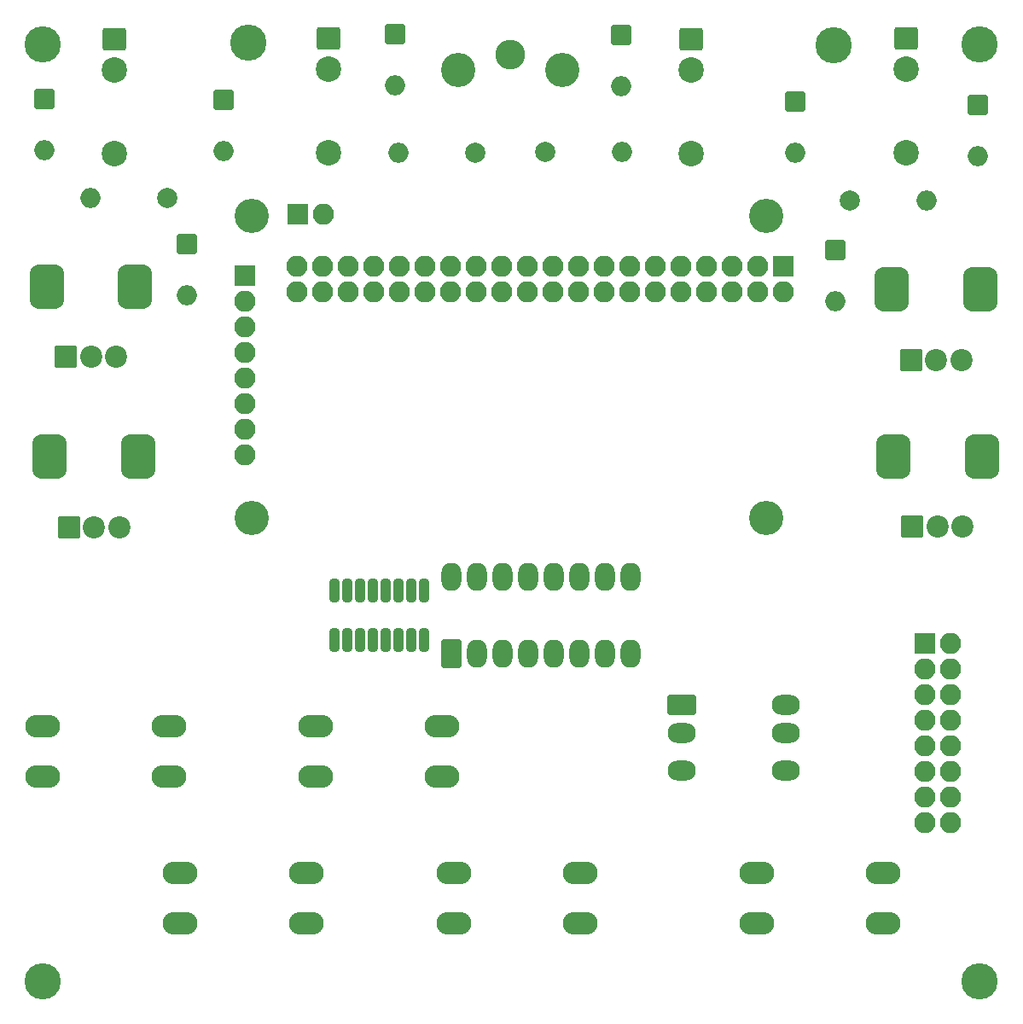
<source format=gts>
G04 #@! TF.GenerationSoftware,KiCad,Pcbnew,6.0.7*
G04 #@! TF.CreationDate,2023-08-31T11:58:30+12:00*
G04 #@! TF.ProjectId,recurBOY,72656375-7242-44f5-992e-6b696361645f,v0_7_2*
G04 #@! TF.SameCoordinates,Original*
G04 #@! TF.FileFunction,Soldermask,Top*
G04 #@! TF.FilePolarity,Negative*
%FSLAX46Y46*%
G04 Gerber Fmt 4.6, Leading zero omitted, Abs format (unit mm)*
G04 Created by KiCad (PCBNEW 6.0.7) date 2023-08-31 11:58:30*
%MOMM*%
%LPD*%
G01*
G04 APERTURE LIST*
G04 Aperture macros list*
%AMRoundRect*
0 Rectangle with rounded corners*
0 $1 Rounding radius*
0 $2 $3 $4 $5 $6 $7 $8 $9 X,Y pos of 4 corners*
0 Add a 4 corners polygon primitive as box body*
4,1,4,$2,$3,$4,$5,$6,$7,$8,$9,$2,$3,0*
0 Add four circle primitives for the rounded corners*
1,1,$1+$1,$2,$3*
1,1,$1+$1,$4,$5*
1,1,$1+$1,$6,$7*
1,1,$1+$1,$8,$9*
0 Add four rect primitives between the rounded corners*
20,1,$1+$1,$2,$3,$4,$5,0*
20,1,$1+$1,$4,$5,$6,$7,0*
20,1,$1+$1,$6,$7,$8,$9,0*
20,1,$1+$1,$8,$9,$2,$3,0*%
G04 Aperture macros list end*
%ADD10C,3.600000*%
%ADD11RoundRect,0.200000X-0.800000X0.800000X-0.800000X-0.800000X0.800000X-0.800000X0.800000X0.800000X0*%
%ADD12O,2.000000X2.000000*%
%ADD13RoundRect,0.200000X0.965000X0.915000X-0.965000X0.915000X-0.965000X-0.915000X0.965000X-0.915000X0*%
%ADD14C,2.530000*%
%ADD15C,3.400000*%
%ADD16RoundRect,0.200000X-0.850000X-0.850000X0.850000X-0.850000X0.850000X0.850000X-0.850000X0.850000X0*%
%ADD17O,2.100000X2.100000*%
%ADD18RoundRect,0.200000X0.850000X-0.850000X0.850000X0.850000X-0.850000X0.850000X-0.850000X-0.850000X0*%
%ADD19RoundRect,0.200000X-0.850000X0.850000X-0.850000X-0.850000X0.850000X-0.850000X0.850000X0.850000X0*%
%ADD20RoundRect,0.200000X-1.200000X-0.800000X1.200000X-0.800000X1.200000X0.800000X-1.200000X0.800000X0*%
%ADD21O,2.800000X2.000000*%
%ADD22C,2.000000*%
%ADD23RoundRect,0.950000X0.750000X-1.250000X0.750000X1.250000X-0.750000X1.250000X-0.750000X-1.250000X0*%
%ADD24RoundRect,0.200000X0.900000X-0.900000X0.900000X0.900000X-0.900000X0.900000X-0.900000X-0.900000X0*%
%ADD25C,2.200000*%
%ADD26RoundRect,0.200000X0.800000X-1.200000X0.800000X1.200000X-0.800000X1.200000X-0.800000X-1.200000X0*%
%ADD27RoundRect,0.350000X-0.150000X0.825000X-0.150000X-0.825000X0.150000X-0.825000X0.150000X0.825000X0*%
%ADD28O,2.000000X2.800000*%
%ADD29C,2.950000*%
%ADD30O,3.448000X2.250000*%
G04 APERTURE END LIST*
D10*
X108500000Y-38500000D03*
X201500000Y-38500000D03*
X201500000Y-131500000D03*
X108500000Y-131500000D03*
X128950000Y-38350000D03*
X187000000Y-38650000D03*
D11*
X108700000Y-43900000D03*
D12*
X108700000Y-48980000D03*
D11*
X122800000Y-58350000D03*
D12*
X122800000Y-63430000D03*
D11*
X143500000Y-37500000D03*
D12*
X143500000Y-42580000D03*
D11*
X126500000Y-44050000D03*
D12*
X126500000Y-49130000D03*
D11*
X165900000Y-37600000D03*
D12*
X165900000Y-42680000D03*
D11*
X183150000Y-44200000D03*
D12*
X183150000Y-49280000D03*
D11*
X201300000Y-44500000D03*
D12*
X201300000Y-49580000D03*
D11*
X187200000Y-58950000D03*
D12*
X187200000Y-64030000D03*
D13*
X115600000Y-38000000D03*
D14*
X115600000Y-49400000D03*
X115600000Y-41100000D03*
D13*
X136900000Y-37900000D03*
D14*
X136900000Y-49300000D03*
X136900000Y-41000000D03*
D13*
X172900000Y-38000000D03*
D14*
X172900000Y-49400000D03*
X172900000Y-41100000D03*
D13*
X194200000Y-37900000D03*
D14*
X194200000Y-49300000D03*
X194200000Y-41000000D03*
D15*
X180300000Y-55500000D03*
X129300000Y-55500000D03*
X180300000Y-85500000D03*
X129300000Y-85500000D03*
D16*
X128600000Y-61500000D03*
D17*
X128600000Y-64040000D03*
X128600000Y-66580000D03*
X128600000Y-69120000D03*
X128600000Y-71660000D03*
X128600000Y-74200000D03*
X128600000Y-76740000D03*
X128600000Y-79280000D03*
D18*
X133800000Y-55400000D03*
D17*
X136340000Y-55400000D03*
D19*
X182000000Y-60500000D03*
D17*
X182000000Y-63040000D03*
X179460000Y-60500000D03*
X179460000Y-63040000D03*
X176920000Y-60500000D03*
X176920000Y-63040000D03*
X174380000Y-60500000D03*
X174380000Y-63040000D03*
X171840000Y-60500000D03*
X171840000Y-63040000D03*
X169300000Y-60500000D03*
X169300000Y-63040000D03*
X166760000Y-60500000D03*
X166760000Y-63040000D03*
X164220000Y-60500000D03*
X164220000Y-63040000D03*
X161680000Y-60500000D03*
X161680000Y-63040000D03*
X159140000Y-60500000D03*
X159140000Y-63040000D03*
X156600000Y-60500000D03*
X156600000Y-63040000D03*
X154060000Y-60500000D03*
X154060000Y-63040000D03*
X151520000Y-60500000D03*
X151520000Y-63040000D03*
X148980000Y-60500000D03*
X148980000Y-63040000D03*
X146440000Y-60500000D03*
X146440000Y-63040000D03*
X143900000Y-60500000D03*
X143900000Y-63040000D03*
X141360000Y-60500000D03*
X141360000Y-63040000D03*
X138820000Y-60500000D03*
X138820000Y-63040000D03*
X136280000Y-60500000D03*
X136280000Y-63040000D03*
X133740000Y-60500000D03*
X133740000Y-63040000D03*
D20*
X171900000Y-104050000D03*
D21*
X171900000Y-106850000D03*
X171900000Y-110550000D03*
X182270000Y-104050000D03*
X182300000Y-106850000D03*
X182300000Y-110550000D03*
D16*
X196100000Y-97950000D03*
D17*
X198640000Y-97950000D03*
X196100000Y-100490000D03*
X198640000Y-100490000D03*
X196100000Y-103030000D03*
X198640000Y-103030000D03*
X196100000Y-105570000D03*
X198640000Y-105570000D03*
X196100000Y-108110000D03*
X198640000Y-108110000D03*
X196100000Y-110650000D03*
X198640000Y-110650000D03*
X196100000Y-113190000D03*
X198640000Y-113190000D03*
X196100000Y-115730000D03*
X198640000Y-115730000D03*
D22*
X120900000Y-53800000D03*
D12*
X113280000Y-53800000D03*
D22*
X151450000Y-49300000D03*
D12*
X143830000Y-49300000D03*
D22*
X158350000Y-49200000D03*
D12*
X165970000Y-49200000D03*
D22*
X188600000Y-54000000D03*
D12*
X196220000Y-54000000D03*
D23*
X108900000Y-62550000D03*
X117700000Y-62550000D03*
D24*
X110800000Y-69550000D03*
D25*
X113300000Y-69550000D03*
X115800000Y-69550000D03*
D23*
X118000000Y-79450000D03*
X109200000Y-79450000D03*
D24*
X111100000Y-86450000D03*
D25*
X113600000Y-86450000D03*
X116100000Y-86450000D03*
D23*
X201600000Y-62850000D03*
X192800000Y-62850000D03*
D24*
X194700000Y-69850000D03*
D25*
X197200000Y-69850000D03*
X199700000Y-69850000D03*
D23*
X201700000Y-79400000D03*
X192900000Y-79400000D03*
D24*
X194800000Y-86400000D03*
D25*
X197300000Y-86400000D03*
X199800000Y-86400000D03*
D26*
X149081250Y-99000000D03*
D27*
X146363750Y-92687500D03*
X145093750Y-92687500D03*
D28*
X151621250Y-99000000D03*
X154161250Y-99000000D03*
D27*
X143823750Y-92687500D03*
X142553750Y-92687500D03*
D28*
X156701250Y-99000000D03*
D27*
X141283750Y-92687500D03*
D28*
X159241250Y-99000000D03*
X161781250Y-99000000D03*
D27*
X140013750Y-92687500D03*
D28*
X164321250Y-99000000D03*
D27*
X138743750Y-92687500D03*
X137473750Y-92687500D03*
D28*
X166861250Y-99000000D03*
X166861250Y-91380000D03*
D27*
X137473750Y-97637500D03*
D28*
X164321250Y-91380000D03*
D27*
X138743750Y-97637500D03*
X140013750Y-97637500D03*
D28*
X161781250Y-91380000D03*
X159241250Y-91380000D03*
D27*
X141283750Y-97637500D03*
X142553750Y-97637500D03*
D28*
X156701250Y-91380000D03*
D27*
X143823750Y-97637500D03*
D28*
X154161250Y-91380000D03*
D27*
X145093750Y-97637500D03*
D28*
X151621250Y-91380000D03*
D27*
X146363750Y-97637500D03*
D28*
X149081250Y-91380000D03*
D29*
X154900000Y-39500000D03*
D15*
X149750000Y-41100000D03*
X160050000Y-41100000D03*
D30*
X191900000Y-125700000D03*
X179400000Y-125700000D03*
X191900000Y-120700000D03*
X179400000Y-120700000D03*
X121040000Y-111200000D03*
X108540000Y-111200000D03*
X121040000Y-106200000D03*
X108540000Y-106200000D03*
X122140000Y-125700000D03*
X134640000Y-125700000D03*
X122140000Y-120700000D03*
X134640000Y-120700000D03*
X135640000Y-111200000D03*
X148140000Y-111200000D03*
X135640000Y-106200000D03*
X148140000Y-106200000D03*
X161840000Y-125700000D03*
X149340000Y-125700000D03*
X161840000Y-120700000D03*
X149340000Y-120700000D03*
M02*

</source>
